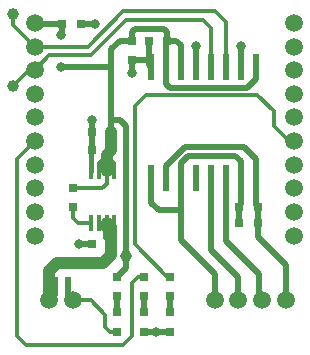
<source format=gtl>
G04 #@! TF.FileFunction,Copper,L1,Top,Signal*
%FSLAX46Y46*%
G04 Gerber Fmt 4.6, Leading zero omitted, Abs format (unit mm)*
G04 Created by KiCad (PCBNEW 0.201505031001+5637~23~ubuntu14.04.1-product) date Sun 28 Jun 2015 22:34:24 BST*
%MOMM*%
G01*
G04 APERTURE LIST*
%ADD10C,0.100000*%
%ADD11R,0.800000X0.800000*%
%ADD12R,0.600000X0.500000*%
%ADD13R,0.600000X2.200000*%
%ADD14R,0.400000X1.400000*%
%ADD15C,1.500000*%
%ADD16C,1.000000*%
%ADD17C,0.800000*%
%ADD18C,0.500000*%
%ADD19C,0.300000*%
%ADD20C,1.000000*%
%ADD21C,0.400000*%
G04 APERTURE END LIST*
D10*
D11*
X167250000Y-95250000D03*
X167250000Y-96850000D03*
X161300000Y-93800000D03*
X162900000Y-93800000D03*
X170250000Y-95250000D03*
X168650000Y-95250000D03*
X165500000Y-112500000D03*
X163900000Y-112500000D03*
X177900000Y-109300000D03*
X176300000Y-109300000D03*
X162250000Y-107750000D03*
X162250000Y-109350000D03*
X177900000Y-110700000D03*
X176300000Y-110700000D03*
X165500000Y-104500000D03*
X163900000Y-104500000D03*
X165500000Y-103000000D03*
X163900000Y-103000000D03*
D12*
X160750000Y-115500000D03*
X161850000Y-115500000D03*
D13*
X177750000Y-97500000D03*
X176480000Y-97500000D03*
X175210000Y-97500000D03*
X173940000Y-97500000D03*
X173940000Y-106900000D03*
X175210000Y-106900000D03*
X176480000Y-106900000D03*
X177750000Y-106900000D03*
X172670000Y-97500000D03*
X171400000Y-97500000D03*
X170130000Y-97500000D03*
X168860000Y-97500000D03*
X172670000Y-106900000D03*
X171400000Y-106900000D03*
X170130000Y-106900000D03*
X168860000Y-106900000D03*
D14*
X165750000Y-106250000D03*
X165100000Y-106250000D03*
X164450000Y-106250000D03*
X163800000Y-106250000D03*
X163800000Y-110650000D03*
X164450000Y-110650000D03*
X165100000Y-110650000D03*
X165750000Y-110650000D03*
D15*
X162250000Y-117250000D03*
X160250000Y-117250000D03*
X180250000Y-117250000D03*
X178250000Y-117250000D03*
X176250000Y-117250000D03*
X174250000Y-117250000D03*
D11*
X168250000Y-115250000D03*
X168250000Y-116850000D03*
X170500000Y-115250000D03*
X170500000Y-116850000D03*
X166000000Y-115250000D03*
X166000000Y-116850000D03*
D15*
X159000000Y-93750000D03*
X159000000Y-95750000D03*
X159000000Y-97750000D03*
X159000000Y-99750000D03*
X159000000Y-101750000D03*
X159000000Y-103750000D03*
X159000000Y-105750000D03*
X159000000Y-107750000D03*
X159000000Y-109750000D03*
X159000000Y-111750000D03*
X181000000Y-111750000D03*
X181000000Y-109750000D03*
X181000000Y-107750000D03*
X181000000Y-105750000D03*
X181000000Y-103750000D03*
X181000000Y-101750000D03*
X181000000Y-99750000D03*
X181000000Y-97750000D03*
X181000000Y-95750000D03*
X181000000Y-93750000D03*
D11*
X166000000Y-118250000D03*
X166000000Y-119900000D03*
X170500000Y-118250000D03*
X170500000Y-119900000D03*
X168250000Y-118250000D03*
X168250000Y-119900000D03*
D16*
X157200000Y-93000000D03*
X157200000Y-99100000D03*
X166750000Y-113500000D03*
D17*
X161250000Y-97500000D03*
X161250000Y-94750000D03*
X169250000Y-119900000D03*
X167250000Y-98000000D03*
X164100000Y-93800000D03*
X176500000Y-95700000D03*
X172700000Y-95700000D03*
X163900000Y-102000000D03*
X162800000Y-112500000D03*
D18*
X166750000Y-113500000D02*
X166750000Y-114500000D01*
X166750000Y-114500000D02*
X166000000Y-115250000D01*
X177750000Y-97500000D02*
X177750000Y-98500000D01*
X177750000Y-98500000D02*
X177000000Y-99250000D01*
X177000000Y-99250000D02*
X170500000Y-99250000D01*
X170500000Y-99250000D02*
X170130000Y-98880000D01*
X170130000Y-98880000D02*
X170130000Y-97500000D01*
X161300000Y-93800000D02*
X161300000Y-94700000D01*
X161250000Y-97500000D02*
X165500000Y-97500000D01*
X161300000Y-94700000D02*
X161250000Y-94750000D01*
X165500000Y-97500000D02*
X165250000Y-97500000D01*
X165250000Y-97500000D02*
X165500000Y-97500000D01*
X161300000Y-93800000D02*
X159050000Y-93800000D01*
X159050000Y-93800000D02*
X159000000Y-93750000D01*
X165500000Y-102000000D02*
X166250000Y-102000000D01*
X166750000Y-102500000D02*
X166750000Y-113500000D01*
X166250000Y-102000000D02*
X166750000Y-102500000D01*
X165500000Y-103000000D02*
X165500000Y-102000000D01*
X165500000Y-102000000D02*
X165500000Y-97500000D01*
X165500000Y-97500000D02*
X165500000Y-97250000D01*
X166250000Y-95250000D02*
X167250000Y-95250000D01*
X165500000Y-96000000D02*
X166250000Y-95250000D01*
X165500000Y-97250000D02*
X165500000Y-96000000D01*
X171400000Y-97500000D02*
X171400000Y-95650000D01*
X171000000Y-95250000D02*
X170250000Y-95250000D01*
X171400000Y-95650000D02*
X171000000Y-95250000D01*
X170130000Y-97500000D02*
X170130000Y-95370000D01*
X170130000Y-95370000D02*
X170250000Y-95250000D01*
X167250000Y-95250000D02*
X167250000Y-94500000D01*
X167250000Y-94500000D02*
X167500000Y-94250000D01*
X167500000Y-94250000D02*
X170000000Y-94250000D01*
X170000000Y-94250000D02*
X170250000Y-94500000D01*
X170250000Y-94500000D02*
X170250000Y-95250000D01*
D19*
X162250000Y-107750000D02*
X164750000Y-107750000D01*
X165100000Y-107400000D02*
X165100000Y-106250000D01*
X164750000Y-107750000D02*
X165100000Y-107400000D01*
X165750000Y-106250000D02*
X165750000Y-105650000D01*
X165750000Y-105650000D02*
X165100000Y-105000000D01*
X164450000Y-106250000D02*
X164450000Y-105650000D01*
X164450000Y-105650000D02*
X165100000Y-105000000D01*
D20*
X165500000Y-104500000D02*
X165500000Y-103000000D01*
X165100000Y-106250000D02*
X165100000Y-105000000D01*
X165100000Y-105000000D02*
X165100000Y-104900000D01*
X165100000Y-104900000D02*
X165500000Y-104500000D01*
D19*
X162250000Y-117250000D02*
X163750000Y-117250000D01*
X165400000Y-119900000D02*
X166000000Y-119900000D01*
X165000000Y-119500000D02*
X165400000Y-119900000D01*
X165000000Y-118500000D02*
X165000000Y-119500000D01*
X163750000Y-117250000D02*
X165000000Y-118500000D01*
D18*
X168250000Y-119900000D02*
X169250000Y-119900000D01*
X169250000Y-119900000D02*
X170500000Y-119900000D01*
X167250000Y-96850000D02*
X167250000Y-98000000D01*
X167250000Y-96850000D02*
X168650000Y-96850000D01*
X168650000Y-96850000D02*
X168500000Y-97000000D01*
X168500000Y-97000000D02*
X168650000Y-97000000D01*
X168650000Y-95250000D02*
X168650000Y-97000000D01*
X168650000Y-97000000D02*
X168650000Y-97290000D01*
X168650000Y-97290000D02*
X168860000Y-97500000D01*
X162900000Y-93800000D02*
X164100000Y-93800000D01*
X176480000Y-97500000D02*
X176480000Y-95720000D01*
X176480000Y-95720000D02*
X176500000Y-95700000D01*
X172670000Y-97500000D02*
X172670000Y-95730000D01*
X172670000Y-95730000D02*
X172700000Y-95700000D01*
X163900000Y-103000000D02*
X163900000Y-102000000D01*
X163900000Y-112500000D02*
X162800000Y-112500000D01*
D21*
X163800000Y-106250000D02*
X163800000Y-104600000D01*
X163800000Y-104600000D02*
X163900000Y-104500000D01*
D18*
X163900000Y-103000000D02*
X163900000Y-104500000D01*
X161850000Y-115500000D02*
X161850000Y-116850000D01*
X161850000Y-116850000D02*
X162250000Y-117250000D01*
D19*
X165750000Y-110650000D02*
X165100000Y-110650000D01*
X164450000Y-110650000D02*
X164450000Y-110850000D01*
X164450000Y-110850000D02*
X165000000Y-111400000D01*
X165000000Y-111400000D02*
X165000000Y-112000000D01*
X165000000Y-112000000D02*
X165500000Y-112500000D01*
D20*
X165500000Y-112500000D02*
X165500000Y-111050000D01*
X165500000Y-111050000D02*
X165100000Y-110650000D01*
X160250000Y-117250000D02*
X160250000Y-114750000D01*
X165500000Y-113400000D02*
X165500000Y-112500000D01*
X164800000Y-114100000D02*
X165500000Y-113400000D01*
X160900000Y-114100000D02*
X164800000Y-114100000D01*
X160250000Y-114750000D02*
X160900000Y-114100000D01*
D18*
X160750000Y-115500000D02*
X160750000Y-116750000D01*
X160750000Y-116750000D02*
X160250000Y-117250000D01*
X170130000Y-106900000D02*
X170130000Y-105870000D01*
X170130000Y-105870000D02*
X171750000Y-104250000D01*
X171750000Y-104250000D02*
X176750000Y-104250000D01*
X176750000Y-104250000D02*
X177750000Y-105250000D01*
X177750000Y-105250000D02*
X177750000Y-106900000D01*
X180250000Y-117250000D02*
X180250000Y-114250000D01*
X177900000Y-111900000D02*
X177900000Y-110700000D01*
X180250000Y-114250000D02*
X177900000Y-111900000D01*
X177900000Y-109300000D02*
X177900000Y-110700000D01*
X177750000Y-106900000D02*
X177750000Y-109150000D01*
X177750000Y-109150000D02*
X177900000Y-109300000D01*
X174250000Y-117250000D02*
X174250000Y-115000000D01*
X171400000Y-112150000D02*
X171400000Y-109600000D01*
X174250000Y-115000000D02*
X171400000Y-112150000D01*
X171400000Y-106900000D02*
X171400000Y-105600000D01*
X176480000Y-105480000D02*
X176480000Y-106900000D01*
X176000000Y-105000000D02*
X176480000Y-105480000D01*
X172000000Y-105000000D02*
X176000000Y-105000000D01*
X171400000Y-105600000D02*
X172000000Y-105000000D01*
X168860000Y-106900000D02*
X168860000Y-108960000D01*
X169500000Y-109600000D02*
X171400000Y-109600000D01*
X168860000Y-108960000D02*
X169500000Y-109600000D01*
X171400000Y-106900000D02*
X171400000Y-109600000D01*
X176300000Y-109300000D02*
X176300000Y-110700000D01*
X176480000Y-106900000D02*
X176480000Y-109120000D01*
X176480000Y-109120000D02*
X176300000Y-109300000D01*
D19*
X163800000Y-110650000D02*
X162650000Y-110650000D01*
X162250000Y-110250000D02*
X162250000Y-109350000D01*
X162650000Y-110650000D02*
X162250000Y-110250000D01*
D18*
X168250000Y-116850000D02*
X168250000Y-118250000D01*
X170500000Y-116850000D02*
X170500000Y-118250000D01*
X166000000Y-116850000D02*
X166000000Y-118250000D01*
D19*
X159000000Y-95750000D02*
X163500000Y-95750000D01*
X175210000Y-93710000D02*
X175210000Y-97500000D01*
X174250000Y-92750000D02*
X175210000Y-93710000D01*
X166500000Y-92750000D02*
X174250000Y-92750000D01*
X163500000Y-95750000D02*
X166500000Y-92750000D01*
X157200000Y-93000000D02*
X157200000Y-93950000D01*
X157200000Y-93950000D02*
X159000000Y-95750000D01*
X160500000Y-96500000D02*
X160250000Y-96500000D01*
X160500000Y-96500000D02*
X163750000Y-96500000D01*
X163750000Y-96500000D02*
X166750000Y-93500000D01*
X166750000Y-93500000D02*
X173250000Y-93500000D01*
X173250000Y-93500000D02*
X173940000Y-94190000D01*
X173940000Y-97500000D02*
X173940000Y-94190000D01*
X160250000Y-96500000D02*
X159000000Y-97750000D01*
X159000000Y-97750000D02*
X158550000Y-97750000D01*
X158550000Y-97750000D02*
X157200000Y-99100000D01*
D18*
X173940000Y-106900000D02*
X173940000Y-112940000D01*
X176250000Y-115250000D02*
X176250000Y-117250000D01*
X173940000Y-112940000D02*
X176250000Y-115250000D01*
X175210000Y-106900000D02*
X175210000Y-112210000D01*
X178000000Y-115000000D02*
X178000000Y-117000000D01*
X175210000Y-112210000D02*
X178000000Y-115000000D01*
X178000000Y-117000000D02*
X178250000Y-117250000D01*
D19*
X158750000Y-121000000D02*
X158250000Y-121000000D01*
X157500000Y-105250000D02*
X159000000Y-103750000D01*
X157500000Y-120250000D02*
X157500000Y-105250000D01*
X158250000Y-121000000D02*
X157500000Y-120250000D01*
X166500000Y-121000000D02*
X158750000Y-121000000D01*
X158750000Y-121000000D02*
X158700000Y-121000000D01*
X167750000Y-115250000D02*
X167250000Y-115750000D01*
X167250000Y-115750000D02*
X167250000Y-120250000D01*
X167250000Y-120250000D02*
X166500000Y-121000000D01*
X167750000Y-115250000D02*
X168250000Y-115250000D01*
X170500000Y-115250000D02*
X170250000Y-115250000D01*
X170250000Y-115250000D02*
X167500000Y-112500000D01*
X181000000Y-103750000D02*
X180500000Y-103750000D01*
X180500000Y-103750000D02*
X179250000Y-102500000D01*
X179250000Y-102500000D02*
X179250000Y-101250000D01*
X179250000Y-101250000D02*
X177850002Y-99850002D01*
X177850002Y-99850002D02*
X168399998Y-99850002D01*
X168399998Y-99850002D02*
X167500000Y-100750000D01*
X167500000Y-100750000D02*
X167500000Y-112500000D01*
M02*

</source>
